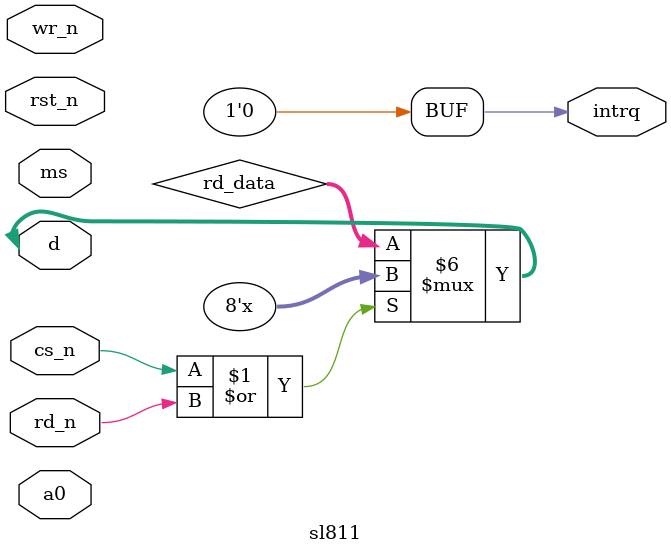
<source format=v>

module sl811
(
	input  wire       rst_n,
	input  wire       a0,
	input  wire       cs_n,
	input  wire       rd_n,
	input  wire       wr_n,
	input  wire       ms,
	output reg        intrq,
	inout  wire [7:0] d
);

	
	reg       access_addr;
	reg       access_rnw;
	reg [7:0] wr_data;
	reg [7:0] rd_data;
	
	wire rd = ~(cs_n|rd_n);
	wire wr = ~(cs_n|wr_n);


	initial
	begin
		intrq = 1'b0;
	end



	always @(negedge rd)
	begin
		access_addr <= a0;
		access_rnw  <= 1'b1;
	end

	assign d = rd ? rd_data : 8'bZZZZ_ZZZZ;
	
	
	
	always @(negedge wr)
	begin
		access_addr <= a0;
		access_rnw  <= 1'b0;
		wr_data     <= d;
	end





	task set_intrq
	(
		input new_intrq
	);
		intrq = new_intrq;

	endtask
	

	function get_rst_n;
	
		get_rst_n = rst_n;

	endfunction


	function get_ms;

		get_ms = ms;
	
	endfunction

	
	function get_addr;
		
		get_addr = access_addr;
	
	endfunction
	
	
	function get_rnw;
	
		get_rnw = access_rnw;
	
	endfunction
	
	
	function [7:0] get_wr_data;
		
		get_wr_data = wr_data;
	
	endfunction
	
	
	task set_rd_data( input [7:0] data );
	
		rd_data = data;
	
	endtask
	
	


endmodule


</source>
